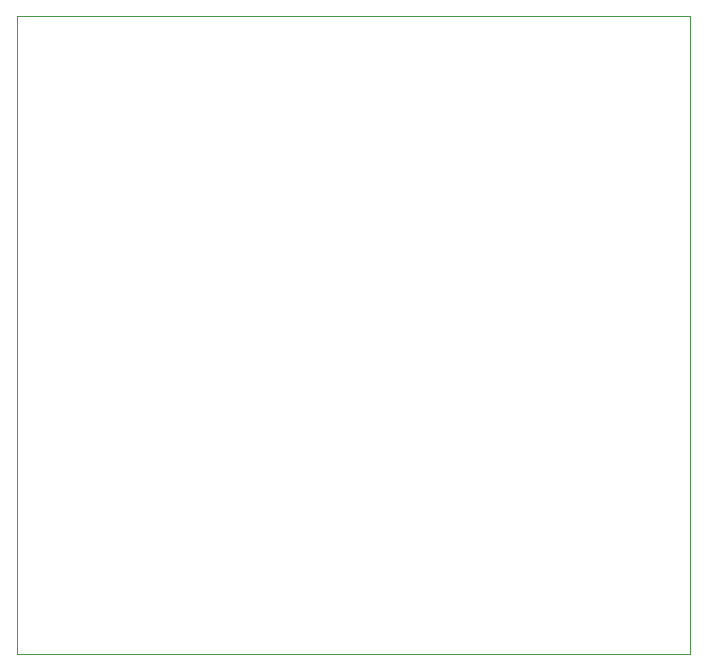
<source format=gbr>
%TF.GenerationSoftware,KiCad,Pcbnew,9.0.4*%
%TF.CreationDate,2025-09-27T21:55:19+08:00*%
%TF.ProjectId,SolarTrackingSystem,536f6c61-7254-4726-9163-6b696e675379,0*%
%TF.SameCoordinates,Original*%
%TF.FileFunction,Profile,NP*%
%FSLAX46Y46*%
G04 Gerber Fmt 4.6, Leading zero omitted, Abs format (unit mm)*
G04 Created by KiCad (PCBNEW 9.0.4) date 2025-09-27 21:55:19*
%MOMM*%
%LPD*%
G01*
G04 APERTURE LIST*
%TA.AperFunction,Profile*%
%ADD10C,0.050000*%
%TD*%
G04 APERTURE END LIST*
D10*
X110500000Y-58500000D02*
X167500000Y-58500000D01*
X167500000Y-112500000D01*
X110500000Y-112500000D01*
X110500000Y-58500000D01*
M02*

</source>
